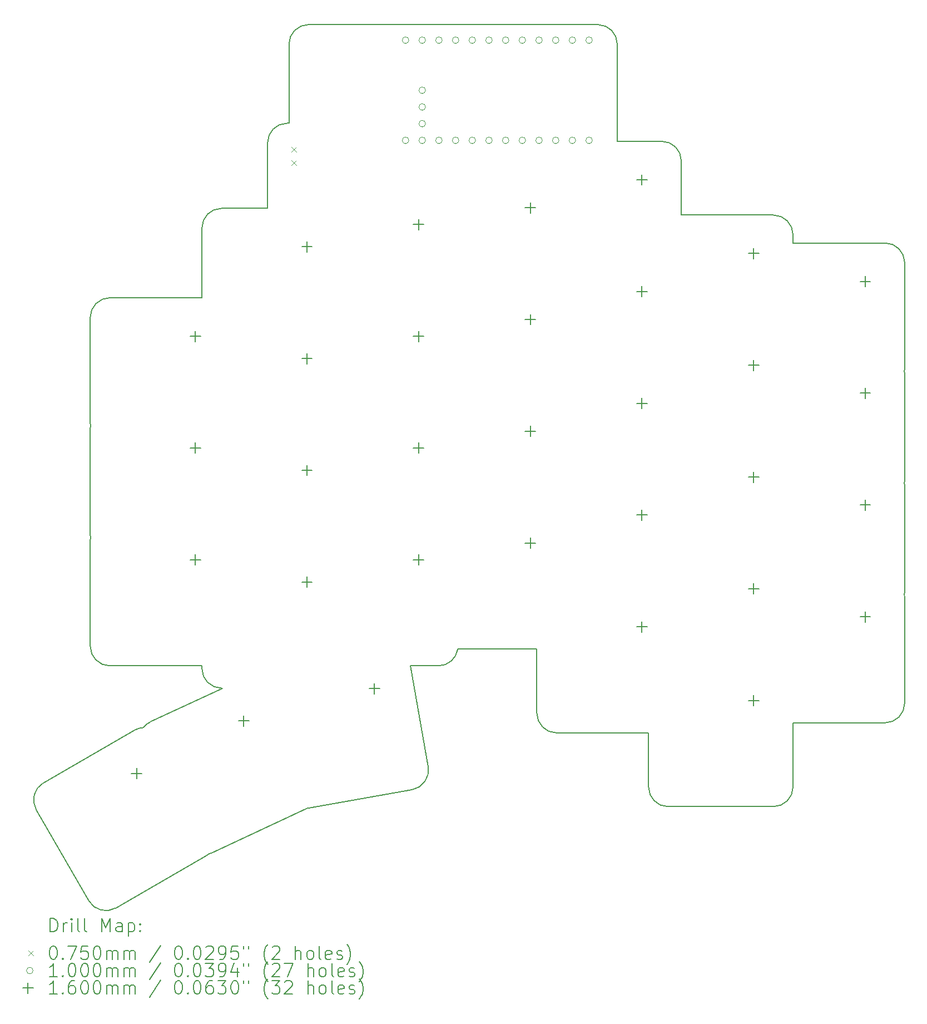
<source format=gbr>
%TF.GenerationSoftware,KiCad,Pcbnew,9.0.7+1*%
%TF.CreationDate,2026-02-15T05:04:06+00:00*%
%TF.ProjectId,right_pcb,72696768-745f-4706-9362-2e6b69636164,v0.2*%
%TF.SameCoordinates,Original*%
%TF.FileFunction,Drillmap*%
%TF.FilePolarity,Positive*%
%FSLAX45Y45*%
G04 Gerber Fmt 4.5, Leading zero omitted, Abs format (unit mm)*
G04 Created by KiCad (PCBNEW 9.0.7+1) date 2026-02-15 05:04:06*
%MOMM*%
%LPD*%
G01*
G04 APERTURE LIST*
%ADD10C,0.150000*%
%ADD11C,0.200000*%
%ADD12C,0.100000*%
%ADD13C,0.160000*%
G04 APERTURE END LIST*
D10*
X29900000Y-14400000D02*
X31300000Y-14400000D01*
X31600000Y-14100000D02*
G75*
G02*
X31300000Y-14400000I-300000J0D01*
G01*
X31600000Y-14100000D02*
X31600000Y-12500000D01*
X31595804Y-12450000D02*
G75*
G02*
X31600000Y-12500000I-295794J-50000D01*
G01*
X31600000Y-12400000D02*
G75*
G02*
X31595804Y-12450000I-299990J0D01*
G01*
X31600000Y-12400000D02*
X31600000Y-10800000D01*
X31595804Y-10750000D02*
G75*
G02*
X31600000Y-10800000I-295794J-50000D01*
G01*
X31600000Y-10700000D02*
G75*
G02*
X31595804Y-10750000I-299990J0D01*
G01*
X31600000Y-10700000D02*
X31600000Y-9100000D01*
X31595804Y-9050000D02*
G75*
G02*
X31600000Y-9100000I-295794J-50000D01*
G01*
X31600000Y-9000000D02*
G75*
G02*
X31595804Y-9050000I-299990J0D01*
G01*
X31600000Y-9000000D02*
X31600000Y-7400000D01*
X31300000Y-7100000D02*
G75*
G02*
X31600000Y-7400000I0J-300000D01*
G01*
X31300000Y-7100000D02*
X29900000Y-7100000D01*
X28000000Y-15675000D02*
X29600000Y-15675000D01*
X29900000Y-15375000D02*
G75*
G02*
X29600000Y-15675000I-300000J0D01*
G01*
X29900000Y-15375000D02*
X29900000Y-14400000D01*
X27700000Y-14553000D02*
X27700000Y-15375000D01*
X28000000Y-15675000D02*
G75*
G02*
X27700000Y-15375000I0J300000D01*
G01*
X29900000Y-7100000D02*
X29900000Y-6975000D01*
X29600000Y-6675000D02*
G75*
G02*
X29900000Y-6975000I0J-300000D01*
G01*
X29600000Y-6675000D02*
X28200000Y-6675000D01*
X26300000Y-14553000D02*
X27700000Y-14553000D01*
X26000000Y-13278000D02*
X26000000Y-14253000D01*
X26300000Y-14553000D02*
G75*
G02*
X26000000Y-14253000I0J300000D01*
G01*
X28200000Y-6675000D02*
X28200000Y-5853000D01*
X27900000Y-5553000D02*
G75*
G02*
X28200000Y-5853000I0J-300000D01*
G01*
X27900000Y-5553000D02*
X27225000Y-5553000D01*
X24796606Y-13278000D02*
X26000000Y-13278000D01*
X24073222Y-13533000D02*
X24500000Y-13533000D01*
X24796606Y-13278000D02*
G75*
G02*
X24500000Y-13533000I-296606J45000D01*
G01*
X21200000Y-13873000D02*
X21216795Y-13873000D01*
X20900000Y-13533000D02*
X20900000Y-13573000D01*
X21200000Y-13873000D02*
G75*
G02*
X20900000Y-13573000I0J300000D01*
G01*
X21900000Y-6573000D02*
X21200000Y-6573000D01*
X20900000Y-6873000D02*
G75*
G02*
X21200000Y-6573000I300000J0D01*
G01*
X20900000Y-6873000D02*
X20900000Y-7933000D01*
X19500000Y-13533000D02*
X20900000Y-13533000D01*
X19200000Y-11633000D02*
G75*
G02*
X19204196Y-11583000I299990J0D01*
G01*
X19200000Y-11633000D02*
X19200000Y-13233000D01*
X19500000Y-13533000D02*
G75*
G02*
X19200000Y-13233000I0J300000D01*
G01*
X19200000Y-9933000D02*
G75*
G02*
X19204196Y-9883000I299990J0D01*
G01*
X19200000Y-9933000D02*
X19200000Y-11533000D01*
X19204196Y-11583000D02*
G75*
G02*
X19200000Y-11533000I295794J50000D01*
G01*
X20900000Y-7933000D02*
X19500000Y-7933000D01*
X19200000Y-8233000D02*
G75*
G02*
X19500000Y-7933000I300000J0D01*
G01*
X19200000Y-8233000D02*
X19200000Y-9833000D01*
X19204196Y-9883000D02*
G75*
G02*
X19200000Y-9833000I295794J50000D01*
G01*
X22525167Y-15695207D02*
X24100859Y-15417370D01*
X24344207Y-15069833D02*
G75*
G02*
X24100860Y-15417376I-295447J-52097D01*
G01*
X24344207Y-15069833D02*
X24073222Y-13533000D01*
X22525167Y-15695207D02*
G75*
G02*
X22508191Y-15697702I-52087J295427D01*
G01*
X21042761Y-16381585D02*
X22492853Y-15705395D01*
X22508191Y-15697702D02*
G75*
G02*
X22492853Y-15705395I-142101J264162D01*
G01*
X21216795Y-13873000D02*
X20113001Y-14387707D01*
X20005070Y-14472763D02*
G75*
G02*
X20113000Y-14387706I234720J-186837D01*
G01*
X21042761Y-16381585D02*
G75*
G02*
X21006150Y-16395820I-126791J271895D01*
G01*
X19587849Y-17217645D02*
X20973490Y-16417645D01*
X21006150Y-16395819D02*
G75*
G02*
X20973490Y-16417645I-182660J237979D01*
G01*
X19873490Y-14512389D02*
G75*
G02*
X20005070Y-14472763I150000J-259811D01*
G01*
X19873490Y-14512389D02*
X18487849Y-15312389D01*
X18378042Y-15722197D02*
G75*
G02*
X18487851Y-15312393I259808J149997D01*
G01*
X18378042Y-15722197D02*
X19178042Y-17107837D01*
X19587849Y-17217645D02*
G75*
G02*
X19178043Y-17107836I-149999J259805D01*
G01*
X27225000Y-5553000D02*
X27225000Y-4077000D01*
X26925000Y-3777000D02*
G75*
G02*
X27225000Y-4077000I0J-300000D01*
G01*
X26925000Y-3777000D02*
X22525000Y-3777000D01*
X22225000Y-4077000D02*
G75*
G02*
X22525000Y-3777000I300000J0D01*
G01*
X22225000Y-4077000D02*
X22225000Y-5277000D01*
X21900000Y-5577000D02*
X21900000Y-6573000D01*
X22225000Y-5277000D02*
X22200000Y-5277000D01*
X21900000Y-5577000D02*
G75*
G02*
X22200000Y-5277000I300000J0D01*
G01*
D11*
D12*
X22262500Y-5639500D02*
X22337500Y-5714500D01*
X22337500Y-5639500D02*
X22262500Y-5714500D01*
X22262500Y-5839500D02*
X22337500Y-5914500D01*
X22337500Y-5839500D02*
X22262500Y-5914500D01*
X24051000Y-4015000D02*
G75*
G02*
X23951000Y-4015000I-50000J0D01*
G01*
X23951000Y-4015000D02*
G75*
G02*
X24051000Y-4015000I50000J0D01*
G01*
X24051000Y-5539000D02*
G75*
G02*
X23951000Y-5539000I-50000J0D01*
G01*
X23951000Y-5539000D02*
G75*
G02*
X24051000Y-5539000I50000J0D01*
G01*
X24305000Y-4015000D02*
G75*
G02*
X24205000Y-4015000I-50000J0D01*
G01*
X24205000Y-4015000D02*
G75*
G02*
X24305000Y-4015000I50000J0D01*
G01*
X24305000Y-4777000D02*
G75*
G02*
X24205000Y-4777000I-50000J0D01*
G01*
X24205000Y-4777000D02*
G75*
G02*
X24305000Y-4777000I50000J0D01*
G01*
X24305000Y-5031000D02*
G75*
G02*
X24205000Y-5031000I-50000J0D01*
G01*
X24205000Y-5031000D02*
G75*
G02*
X24305000Y-5031000I50000J0D01*
G01*
X24305000Y-5285000D02*
G75*
G02*
X24205000Y-5285000I-50000J0D01*
G01*
X24205000Y-5285000D02*
G75*
G02*
X24305000Y-5285000I50000J0D01*
G01*
X24305000Y-5539000D02*
G75*
G02*
X24205000Y-5539000I-50000J0D01*
G01*
X24205000Y-5539000D02*
G75*
G02*
X24305000Y-5539000I50000J0D01*
G01*
X24559000Y-4015000D02*
G75*
G02*
X24459000Y-4015000I-50000J0D01*
G01*
X24459000Y-4015000D02*
G75*
G02*
X24559000Y-4015000I50000J0D01*
G01*
X24559000Y-5539000D02*
G75*
G02*
X24459000Y-5539000I-50000J0D01*
G01*
X24459000Y-5539000D02*
G75*
G02*
X24559000Y-5539000I50000J0D01*
G01*
X24813000Y-4015000D02*
G75*
G02*
X24713000Y-4015000I-50000J0D01*
G01*
X24713000Y-4015000D02*
G75*
G02*
X24813000Y-4015000I50000J0D01*
G01*
X24813000Y-5539000D02*
G75*
G02*
X24713000Y-5539000I-50000J0D01*
G01*
X24713000Y-5539000D02*
G75*
G02*
X24813000Y-5539000I50000J0D01*
G01*
X25067000Y-4015000D02*
G75*
G02*
X24967000Y-4015000I-50000J0D01*
G01*
X24967000Y-4015000D02*
G75*
G02*
X25067000Y-4015000I50000J0D01*
G01*
X25067000Y-5539000D02*
G75*
G02*
X24967000Y-5539000I-50000J0D01*
G01*
X24967000Y-5539000D02*
G75*
G02*
X25067000Y-5539000I50000J0D01*
G01*
X25321000Y-4015000D02*
G75*
G02*
X25221000Y-4015000I-50000J0D01*
G01*
X25221000Y-4015000D02*
G75*
G02*
X25321000Y-4015000I50000J0D01*
G01*
X25321000Y-5539000D02*
G75*
G02*
X25221000Y-5539000I-50000J0D01*
G01*
X25221000Y-5539000D02*
G75*
G02*
X25321000Y-5539000I50000J0D01*
G01*
X25575000Y-4015000D02*
G75*
G02*
X25475000Y-4015000I-50000J0D01*
G01*
X25475000Y-4015000D02*
G75*
G02*
X25575000Y-4015000I50000J0D01*
G01*
X25575000Y-5539000D02*
G75*
G02*
X25475000Y-5539000I-50000J0D01*
G01*
X25475000Y-5539000D02*
G75*
G02*
X25575000Y-5539000I50000J0D01*
G01*
X25829000Y-4015000D02*
G75*
G02*
X25729000Y-4015000I-50000J0D01*
G01*
X25729000Y-4015000D02*
G75*
G02*
X25829000Y-4015000I50000J0D01*
G01*
X25829000Y-5539000D02*
G75*
G02*
X25729000Y-5539000I-50000J0D01*
G01*
X25729000Y-5539000D02*
G75*
G02*
X25829000Y-5539000I50000J0D01*
G01*
X26083000Y-4015000D02*
G75*
G02*
X25983000Y-4015000I-50000J0D01*
G01*
X25983000Y-4015000D02*
G75*
G02*
X26083000Y-4015000I50000J0D01*
G01*
X26083000Y-5539000D02*
G75*
G02*
X25983000Y-5539000I-50000J0D01*
G01*
X25983000Y-5539000D02*
G75*
G02*
X26083000Y-5539000I50000J0D01*
G01*
X26337000Y-4015000D02*
G75*
G02*
X26237000Y-4015000I-50000J0D01*
G01*
X26237000Y-4015000D02*
G75*
G02*
X26337000Y-4015000I50000J0D01*
G01*
X26337000Y-5539000D02*
G75*
G02*
X26237000Y-5539000I-50000J0D01*
G01*
X26237000Y-5539000D02*
G75*
G02*
X26337000Y-5539000I50000J0D01*
G01*
X26591000Y-4015000D02*
G75*
G02*
X26491000Y-4015000I-50000J0D01*
G01*
X26491000Y-4015000D02*
G75*
G02*
X26591000Y-4015000I50000J0D01*
G01*
X26591000Y-5539000D02*
G75*
G02*
X26491000Y-5539000I-50000J0D01*
G01*
X26491000Y-5539000D02*
G75*
G02*
X26591000Y-5539000I50000J0D01*
G01*
X26845000Y-4015000D02*
G75*
G02*
X26745000Y-4015000I-50000J0D01*
G01*
X26745000Y-4015000D02*
G75*
G02*
X26845000Y-4015000I50000J0D01*
G01*
X26845000Y-5539000D02*
G75*
G02*
X26745000Y-5539000I-50000J0D01*
G01*
X26745000Y-5539000D02*
G75*
G02*
X26845000Y-5539000I50000J0D01*
G01*
D13*
X19906182Y-15089014D02*
X19906182Y-15249014D01*
X19826182Y-15169014D02*
X19986182Y-15169014D01*
X20800000Y-8438000D02*
X20800000Y-8598000D01*
X20720000Y-8518000D02*
X20880000Y-8518000D01*
X20800000Y-10138000D02*
X20800000Y-10298000D01*
X20720000Y-10218000D02*
X20880000Y-10218000D01*
X20800000Y-11838000D02*
X20800000Y-11998000D01*
X20720000Y-11918000D02*
X20880000Y-11918000D01*
X21538433Y-14288494D02*
X21538433Y-14448494D01*
X21458433Y-14368494D02*
X21618433Y-14368494D01*
X22500000Y-7078000D02*
X22500000Y-7238000D01*
X22420000Y-7158000D02*
X22580000Y-7158000D01*
X22500000Y-8778000D02*
X22500000Y-8938000D01*
X22420000Y-8858000D02*
X22580000Y-8858000D01*
X22500000Y-10478000D02*
X22500000Y-10638000D01*
X22420000Y-10558000D02*
X22580000Y-10558000D01*
X22500000Y-12178000D02*
X22500000Y-12338000D01*
X22420000Y-12258000D02*
X22580000Y-12258000D01*
X23524975Y-13799000D02*
X23524975Y-13959000D01*
X23444975Y-13879000D02*
X23604975Y-13879000D01*
X24200000Y-6738000D02*
X24200000Y-6898000D01*
X24120000Y-6818000D02*
X24280000Y-6818000D01*
X24200000Y-8438000D02*
X24200000Y-8598000D01*
X24120000Y-8518000D02*
X24280000Y-8518000D01*
X24200000Y-10138000D02*
X24200000Y-10298000D01*
X24120000Y-10218000D02*
X24280000Y-10218000D01*
X24200000Y-11838000D02*
X24200000Y-11998000D01*
X24120000Y-11918000D02*
X24280000Y-11918000D01*
X25900000Y-6483000D02*
X25900000Y-6643000D01*
X25820000Y-6563000D02*
X25980000Y-6563000D01*
X25900000Y-8183000D02*
X25900000Y-8343000D01*
X25820000Y-8263000D02*
X25980000Y-8263000D01*
X25900000Y-9883000D02*
X25900000Y-10043000D01*
X25820000Y-9963000D02*
X25980000Y-9963000D01*
X25900000Y-11583000D02*
X25900000Y-11743000D01*
X25820000Y-11663000D02*
X25980000Y-11663000D01*
X27600000Y-6058000D02*
X27600000Y-6218000D01*
X27520000Y-6138000D02*
X27680000Y-6138000D01*
X27600000Y-7758000D02*
X27600000Y-7918000D01*
X27520000Y-7838000D02*
X27680000Y-7838000D01*
X27600000Y-9458000D02*
X27600000Y-9618000D01*
X27520000Y-9538000D02*
X27680000Y-9538000D01*
X27600000Y-11158000D02*
X27600000Y-11318000D01*
X27520000Y-11238000D02*
X27680000Y-11238000D01*
X27600000Y-12858000D02*
X27600000Y-13018000D01*
X27520000Y-12938000D02*
X27680000Y-12938000D01*
X29300000Y-7180000D02*
X29300000Y-7340000D01*
X29220000Y-7260000D02*
X29380000Y-7260000D01*
X29300000Y-8880000D02*
X29300000Y-9040000D01*
X29220000Y-8960000D02*
X29380000Y-8960000D01*
X29300000Y-10580000D02*
X29300000Y-10740000D01*
X29220000Y-10660000D02*
X29380000Y-10660000D01*
X29300000Y-12280000D02*
X29300000Y-12440000D01*
X29220000Y-12360000D02*
X29380000Y-12360000D01*
X29300000Y-13980000D02*
X29300000Y-14140000D01*
X29220000Y-14060000D02*
X29380000Y-14060000D01*
X31000000Y-7605000D02*
X31000000Y-7765000D01*
X30920000Y-7685000D02*
X31080000Y-7685000D01*
X31000000Y-9305000D02*
X31000000Y-9465000D01*
X30920000Y-9385000D02*
X31080000Y-9385000D01*
X31000000Y-11005000D02*
X31000000Y-11165000D01*
X30920000Y-11085000D02*
X31080000Y-11085000D01*
X31000000Y-12705000D02*
X31000000Y-12865000D01*
X30920000Y-12785000D02*
X31080000Y-12785000D01*
D11*
X18591128Y-17576821D02*
X18591128Y-17376821D01*
X18591128Y-17376821D02*
X18638747Y-17376821D01*
X18638747Y-17376821D02*
X18667318Y-17386345D01*
X18667318Y-17386345D02*
X18686366Y-17405392D01*
X18686366Y-17405392D02*
X18695890Y-17424440D01*
X18695890Y-17424440D02*
X18705414Y-17462535D01*
X18705414Y-17462535D02*
X18705414Y-17491107D01*
X18705414Y-17491107D02*
X18695890Y-17529202D01*
X18695890Y-17529202D02*
X18686366Y-17548250D01*
X18686366Y-17548250D02*
X18667318Y-17567297D01*
X18667318Y-17567297D02*
X18638747Y-17576821D01*
X18638747Y-17576821D02*
X18591128Y-17576821D01*
X18791128Y-17576821D02*
X18791128Y-17443488D01*
X18791128Y-17481583D02*
X18800652Y-17462535D01*
X18800652Y-17462535D02*
X18810175Y-17453011D01*
X18810175Y-17453011D02*
X18829223Y-17443488D01*
X18829223Y-17443488D02*
X18848271Y-17443488D01*
X18914937Y-17576821D02*
X18914937Y-17443488D01*
X18914937Y-17376821D02*
X18905414Y-17386345D01*
X18905414Y-17386345D02*
X18914937Y-17395869D01*
X18914937Y-17395869D02*
X18924461Y-17386345D01*
X18924461Y-17386345D02*
X18914937Y-17376821D01*
X18914937Y-17376821D02*
X18914937Y-17395869D01*
X19038747Y-17576821D02*
X19019699Y-17567297D01*
X19019699Y-17567297D02*
X19010175Y-17548250D01*
X19010175Y-17548250D02*
X19010175Y-17376821D01*
X19143509Y-17576821D02*
X19124461Y-17567297D01*
X19124461Y-17567297D02*
X19114937Y-17548250D01*
X19114937Y-17548250D02*
X19114937Y-17376821D01*
X19372080Y-17576821D02*
X19372080Y-17376821D01*
X19372080Y-17376821D02*
X19438747Y-17519678D01*
X19438747Y-17519678D02*
X19505414Y-17376821D01*
X19505414Y-17376821D02*
X19505414Y-17576821D01*
X19686366Y-17576821D02*
X19686366Y-17472059D01*
X19686366Y-17472059D02*
X19676842Y-17453011D01*
X19676842Y-17453011D02*
X19657795Y-17443488D01*
X19657795Y-17443488D02*
X19619699Y-17443488D01*
X19619699Y-17443488D02*
X19600652Y-17453011D01*
X19686366Y-17567297D02*
X19667318Y-17576821D01*
X19667318Y-17576821D02*
X19619699Y-17576821D01*
X19619699Y-17576821D02*
X19600652Y-17567297D01*
X19600652Y-17567297D02*
X19591128Y-17548250D01*
X19591128Y-17548250D02*
X19591128Y-17529202D01*
X19591128Y-17529202D02*
X19600652Y-17510154D01*
X19600652Y-17510154D02*
X19619699Y-17500631D01*
X19619699Y-17500631D02*
X19667318Y-17500631D01*
X19667318Y-17500631D02*
X19686366Y-17491107D01*
X19781604Y-17443488D02*
X19781604Y-17643488D01*
X19781604Y-17453011D02*
X19800652Y-17443488D01*
X19800652Y-17443488D02*
X19838747Y-17443488D01*
X19838747Y-17443488D02*
X19857795Y-17453011D01*
X19857795Y-17453011D02*
X19867318Y-17462535D01*
X19867318Y-17462535D02*
X19876842Y-17481583D01*
X19876842Y-17481583D02*
X19876842Y-17538726D01*
X19876842Y-17538726D02*
X19867318Y-17557773D01*
X19867318Y-17557773D02*
X19857795Y-17567297D01*
X19857795Y-17567297D02*
X19838747Y-17576821D01*
X19838747Y-17576821D02*
X19800652Y-17576821D01*
X19800652Y-17576821D02*
X19781604Y-17567297D01*
X19962556Y-17557773D02*
X19972080Y-17567297D01*
X19972080Y-17567297D02*
X19962556Y-17576821D01*
X19962556Y-17576821D02*
X19953033Y-17567297D01*
X19953033Y-17567297D02*
X19962556Y-17557773D01*
X19962556Y-17557773D02*
X19962556Y-17576821D01*
X19962556Y-17453011D02*
X19972080Y-17462535D01*
X19972080Y-17462535D02*
X19962556Y-17472059D01*
X19962556Y-17472059D02*
X19953033Y-17462535D01*
X19953033Y-17462535D02*
X19962556Y-17453011D01*
X19962556Y-17453011D02*
X19962556Y-17472059D01*
D12*
X18255351Y-17867837D02*
X18330351Y-17942837D01*
X18330351Y-17867837D02*
X18255351Y-17942837D01*
D11*
X18629223Y-17796821D02*
X18648271Y-17796821D01*
X18648271Y-17796821D02*
X18667318Y-17806345D01*
X18667318Y-17806345D02*
X18676842Y-17815869D01*
X18676842Y-17815869D02*
X18686366Y-17834916D01*
X18686366Y-17834916D02*
X18695890Y-17873011D01*
X18695890Y-17873011D02*
X18695890Y-17920631D01*
X18695890Y-17920631D02*
X18686366Y-17958726D01*
X18686366Y-17958726D02*
X18676842Y-17977773D01*
X18676842Y-17977773D02*
X18667318Y-17987297D01*
X18667318Y-17987297D02*
X18648271Y-17996821D01*
X18648271Y-17996821D02*
X18629223Y-17996821D01*
X18629223Y-17996821D02*
X18610175Y-17987297D01*
X18610175Y-17987297D02*
X18600652Y-17977773D01*
X18600652Y-17977773D02*
X18591128Y-17958726D01*
X18591128Y-17958726D02*
X18581604Y-17920631D01*
X18581604Y-17920631D02*
X18581604Y-17873011D01*
X18581604Y-17873011D02*
X18591128Y-17834916D01*
X18591128Y-17834916D02*
X18600652Y-17815869D01*
X18600652Y-17815869D02*
X18610175Y-17806345D01*
X18610175Y-17806345D02*
X18629223Y-17796821D01*
X18781604Y-17977773D02*
X18791128Y-17987297D01*
X18791128Y-17987297D02*
X18781604Y-17996821D01*
X18781604Y-17996821D02*
X18772080Y-17987297D01*
X18772080Y-17987297D02*
X18781604Y-17977773D01*
X18781604Y-17977773D02*
X18781604Y-17996821D01*
X18857795Y-17796821D02*
X18991128Y-17796821D01*
X18991128Y-17796821D02*
X18905414Y-17996821D01*
X19162556Y-17796821D02*
X19067318Y-17796821D01*
X19067318Y-17796821D02*
X19057795Y-17892059D01*
X19057795Y-17892059D02*
X19067318Y-17882535D01*
X19067318Y-17882535D02*
X19086366Y-17873011D01*
X19086366Y-17873011D02*
X19133985Y-17873011D01*
X19133985Y-17873011D02*
X19153033Y-17882535D01*
X19153033Y-17882535D02*
X19162556Y-17892059D01*
X19162556Y-17892059D02*
X19172080Y-17911107D01*
X19172080Y-17911107D02*
X19172080Y-17958726D01*
X19172080Y-17958726D02*
X19162556Y-17977773D01*
X19162556Y-17977773D02*
X19153033Y-17987297D01*
X19153033Y-17987297D02*
X19133985Y-17996821D01*
X19133985Y-17996821D02*
X19086366Y-17996821D01*
X19086366Y-17996821D02*
X19067318Y-17987297D01*
X19067318Y-17987297D02*
X19057795Y-17977773D01*
X19295890Y-17796821D02*
X19314937Y-17796821D01*
X19314937Y-17796821D02*
X19333985Y-17806345D01*
X19333985Y-17806345D02*
X19343509Y-17815869D01*
X19343509Y-17815869D02*
X19353033Y-17834916D01*
X19353033Y-17834916D02*
X19362556Y-17873011D01*
X19362556Y-17873011D02*
X19362556Y-17920631D01*
X19362556Y-17920631D02*
X19353033Y-17958726D01*
X19353033Y-17958726D02*
X19343509Y-17977773D01*
X19343509Y-17977773D02*
X19333985Y-17987297D01*
X19333985Y-17987297D02*
X19314937Y-17996821D01*
X19314937Y-17996821D02*
X19295890Y-17996821D01*
X19295890Y-17996821D02*
X19276842Y-17987297D01*
X19276842Y-17987297D02*
X19267318Y-17977773D01*
X19267318Y-17977773D02*
X19257795Y-17958726D01*
X19257795Y-17958726D02*
X19248271Y-17920631D01*
X19248271Y-17920631D02*
X19248271Y-17873011D01*
X19248271Y-17873011D02*
X19257795Y-17834916D01*
X19257795Y-17834916D02*
X19267318Y-17815869D01*
X19267318Y-17815869D02*
X19276842Y-17806345D01*
X19276842Y-17806345D02*
X19295890Y-17796821D01*
X19448271Y-17996821D02*
X19448271Y-17863488D01*
X19448271Y-17882535D02*
X19457795Y-17873011D01*
X19457795Y-17873011D02*
X19476842Y-17863488D01*
X19476842Y-17863488D02*
X19505414Y-17863488D01*
X19505414Y-17863488D02*
X19524461Y-17873011D01*
X19524461Y-17873011D02*
X19533985Y-17892059D01*
X19533985Y-17892059D02*
X19533985Y-17996821D01*
X19533985Y-17892059D02*
X19543509Y-17873011D01*
X19543509Y-17873011D02*
X19562556Y-17863488D01*
X19562556Y-17863488D02*
X19591128Y-17863488D01*
X19591128Y-17863488D02*
X19610176Y-17873011D01*
X19610176Y-17873011D02*
X19619699Y-17892059D01*
X19619699Y-17892059D02*
X19619699Y-17996821D01*
X19714937Y-17996821D02*
X19714937Y-17863488D01*
X19714937Y-17882535D02*
X19724461Y-17873011D01*
X19724461Y-17873011D02*
X19743509Y-17863488D01*
X19743509Y-17863488D02*
X19772080Y-17863488D01*
X19772080Y-17863488D02*
X19791128Y-17873011D01*
X19791128Y-17873011D02*
X19800652Y-17892059D01*
X19800652Y-17892059D02*
X19800652Y-17996821D01*
X19800652Y-17892059D02*
X19810176Y-17873011D01*
X19810176Y-17873011D02*
X19829223Y-17863488D01*
X19829223Y-17863488D02*
X19857795Y-17863488D01*
X19857795Y-17863488D02*
X19876842Y-17873011D01*
X19876842Y-17873011D02*
X19886366Y-17892059D01*
X19886366Y-17892059D02*
X19886366Y-17996821D01*
X20276842Y-17787297D02*
X20105414Y-18044440D01*
X20533985Y-17796821D02*
X20553033Y-17796821D01*
X20553033Y-17796821D02*
X20572080Y-17806345D01*
X20572080Y-17806345D02*
X20581604Y-17815869D01*
X20581604Y-17815869D02*
X20591128Y-17834916D01*
X20591128Y-17834916D02*
X20600652Y-17873011D01*
X20600652Y-17873011D02*
X20600652Y-17920631D01*
X20600652Y-17920631D02*
X20591128Y-17958726D01*
X20591128Y-17958726D02*
X20581604Y-17977773D01*
X20581604Y-17977773D02*
X20572080Y-17987297D01*
X20572080Y-17987297D02*
X20553033Y-17996821D01*
X20553033Y-17996821D02*
X20533985Y-17996821D01*
X20533985Y-17996821D02*
X20514938Y-17987297D01*
X20514938Y-17987297D02*
X20505414Y-17977773D01*
X20505414Y-17977773D02*
X20495890Y-17958726D01*
X20495890Y-17958726D02*
X20486366Y-17920631D01*
X20486366Y-17920631D02*
X20486366Y-17873011D01*
X20486366Y-17873011D02*
X20495890Y-17834916D01*
X20495890Y-17834916D02*
X20505414Y-17815869D01*
X20505414Y-17815869D02*
X20514938Y-17806345D01*
X20514938Y-17806345D02*
X20533985Y-17796821D01*
X20686366Y-17977773D02*
X20695890Y-17987297D01*
X20695890Y-17987297D02*
X20686366Y-17996821D01*
X20686366Y-17996821D02*
X20676842Y-17987297D01*
X20676842Y-17987297D02*
X20686366Y-17977773D01*
X20686366Y-17977773D02*
X20686366Y-17996821D01*
X20819699Y-17796821D02*
X20838747Y-17796821D01*
X20838747Y-17796821D02*
X20857795Y-17806345D01*
X20857795Y-17806345D02*
X20867319Y-17815869D01*
X20867319Y-17815869D02*
X20876842Y-17834916D01*
X20876842Y-17834916D02*
X20886366Y-17873011D01*
X20886366Y-17873011D02*
X20886366Y-17920631D01*
X20886366Y-17920631D02*
X20876842Y-17958726D01*
X20876842Y-17958726D02*
X20867319Y-17977773D01*
X20867319Y-17977773D02*
X20857795Y-17987297D01*
X20857795Y-17987297D02*
X20838747Y-17996821D01*
X20838747Y-17996821D02*
X20819699Y-17996821D01*
X20819699Y-17996821D02*
X20800652Y-17987297D01*
X20800652Y-17987297D02*
X20791128Y-17977773D01*
X20791128Y-17977773D02*
X20781604Y-17958726D01*
X20781604Y-17958726D02*
X20772080Y-17920631D01*
X20772080Y-17920631D02*
X20772080Y-17873011D01*
X20772080Y-17873011D02*
X20781604Y-17834916D01*
X20781604Y-17834916D02*
X20791128Y-17815869D01*
X20791128Y-17815869D02*
X20800652Y-17806345D01*
X20800652Y-17806345D02*
X20819699Y-17796821D01*
X20962557Y-17815869D02*
X20972080Y-17806345D01*
X20972080Y-17806345D02*
X20991128Y-17796821D01*
X20991128Y-17796821D02*
X21038747Y-17796821D01*
X21038747Y-17796821D02*
X21057795Y-17806345D01*
X21057795Y-17806345D02*
X21067319Y-17815869D01*
X21067319Y-17815869D02*
X21076842Y-17834916D01*
X21076842Y-17834916D02*
X21076842Y-17853964D01*
X21076842Y-17853964D02*
X21067319Y-17882535D01*
X21067319Y-17882535D02*
X20953033Y-17996821D01*
X20953033Y-17996821D02*
X21076842Y-17996821D01*
X21172080Y-17996821D02*
X21210176Y-17996821D01*
X21210176Y-17996821D02*
X21229223Y-17987297D01*
X21229223Y-17987297D02*
X21238747Y-17977773D01*
X21238747Y-17977773D02*
X21257795Y-17949202D01*
X21257795Y-17949202D02*
X21267319Y-17911107D01*
X21267319Y-17911107D02*
X21267319Y-17834916D01*
X21267319Y-17834916D02*
X21257795Y-17815869D01*
X21257795Y-17815869D02*
X21248271Y-17806345D01*
X21248271Y-17806345D02*
X21229223Y-17796821D01*
X21229223Y-17796821D02*
X21191128Y-17796821D01*
X21191128Y-17796821D02*
X21172080Y-17806345D01*
X21172080Y-17806345D02*
X21162557Y-17815869D01*
X21162557Y-17815869D02*
X21153033Y-17834916D01*
X21153033Y-17834916D02*
X21153033Y-17882535D01*
X21153033Y-17882535D02*
X21162557Y-17901583D01*
X21162557Y-17901583D02*
X21172080Y-17911107D01*
X21172080Y-17911107D02*
X21191128Y-17920631D01*
X21191128Y-17920631D02*
X21229223Y-17920631D01*
X21229223Y-17920631D02*
X21248271Y-17911107D01*
X21248271Y-17911107D02*
X21257795Y-17901583D01*
X21257795Y-17901583D02*
X21267319Y-17882535D01*
X21448271Y-17796821D02*
X21353033Y-17796821D01*
X21353033Y-17796821D02*
X21343509Y-17892059D01*
X21343509Y-17892059D02*
X21353033Y-17882535D01*
X21353033Y-17882535D02*
X21372080Y-17873011D01*
X21372080Y-17873011D02*
X21419700Y-17873011D01*
X21419700Y-17873011D02*
X21438747Y-17882535D01*
X21438747Y-17882535D02*
X21448271Y-17892059D01*
X21448271Y-17892059D02*
X21457795Y-17911107D01*
X21457795Y-17911107D02*
X21457795Y-17958726D01*
X21457795Y-17958726D02*
X21448271Y-17977773D01*
X21448271Y-17977773D02*
X21438747Y-17987297D01*
X21438747Y-17987297D02*
X21419700Y-17996821D01*
X21419700Y-17996821D02*
X21372080Y-17996821D01*
X21372080Y-17996821D02*
X21353033Y-17987297D01*
X21353033Y-17987297D02*
X21343509Y-17977773D01*
X21533985Y-17796821D02*
X21533985Y-17834916D01*
X21610176Y-17796821D02*
X21610176Y-17834916D01*
X21905414Y-18073011D02*
X21895890Y-18063488D01*
X21895890Y-18063488D02*
X21876842Y-18034916D01*
X21876842Y-18034916D02*
X21867319Y-18015869D01*
X21867319Y-18015869D02*
X21857795Y-17987297D01*
X21857795Y-17987297D02*
X21848271Y-17939678D01*
X21848271Y-17939678D02*
X21848271Y-17901583D01*
X21848271Y-17901583D02*
X21857795Y-17853964D01*
X21857795Y-17853964D02*
X21867319Y-17825392D01*
X21867319Y-17825392D02*
X21876842Y-17806345D01*
X21876842Y-17806345D02*
X21895890Y-17777773D01*
X21895890Y-17777773D02*
X21905414Y-17768250D01*
X21972081Y-17815869D02*
X21981604Y-17806345D01*
X21981604Y-17806345D02*
X22000652Y-17796821D01*
X22000652Y-17796821D02*
X22048271Y-17796821D01*
X22048271Y-17796821D02*
X22067319Y-17806345D01*
X22067319Y-17806345D02*
X22076842Y-17815869D01*
X22076842Y-17815869D02*
X22086366Y-17834916D01*
X22086366Y-17834916D02*
X22086366Y-17853964D01*
X22086366Y-17853964D02*
X22076842Y-17882535D01*
X22076842Y-17882535D02*
X21962557Y-17996821D01*
X21962557Y-17996821D02*
X22086366Y-17996821D01*
X22324462Y-17996821D02*
X22324462Y-17796821D01*
X22410176Y-17996821D02*
X22410176Y-17892059D01*
X22410176Y-17892059D02*
X22400652Y-17873011D01*
X22400652Y-17873011D02*
X22381604Y-17863488D01*
X22381604Y-17863488D02*
X22353033Y-17863488D01*
X22353033Y-17863488D02*
X22333985Y-17873011D01*
X22333985Y-17873011D02*
X22324462Y-17882535D01*
X22533985Y-17996821D02*
X22514938Y-17987297D01*
X22514938Y-17987297D02*
X22505414Y-17977773D01*
X22505414Y-17977773D02*
X22495890Y-17958726D01*
X22495890Y-17958726D02*
X22495890Y-17901583D01*
X22495890Y-17901583D02*
X22505414Y-17882535D01*
X22505414Y-17882535D02*
X22514938Y-17873011D01*
X22514938Y-17873011D02*
X22533985Y-17863488D01*
X22533985Y-17863488D02*
X22562557Y-17863488D01*
X22562557Y-17863488D02*
X22581604Y-17873011D01*
X22581604Y-17873011D02*
X22591128Y-17882535D01*
X22591128Y-17882535D02*
X22600652Y-17901583D01*
X22600652Y-17901583D02*
X22600652Y-17958726D01*
X22600652Y-17958726D02*
X22591128Y-17977773D01*
X22591128Y-17977773D02*
X22581604Y-17987297D01*
X22581604Y-17987297D02*
X22562557Y-17996821D01*
X22562557Y-17996821D02*
X22533985Y-17996821D01*
X22714938Y-17996821D02*
X22695890Y-17987297D01*
X22695890Y-17987297D02*
X22686366Y-17968250D01*
X22686366Y-17968250D02*
X22686366Y-17796821D01*
X22867319Y-17987297D02*
X22848271Y-17996821D01*
X22848271Y-17996821D02*
X22810176Y-17996821D01*
X22810176Y-17996821D02*
X22791128Y-17987297D01*
X22791128Y-17987297D02*
X22781604Y-17968250D01*
X22781604Y-17968250D02*
X22781604Y-17892059D01*
X22781604Y-17892059D02*
X22791128Y-17873011D01*
X22791128Y-17873011D02*
X22810176Y-17863488D01*
X22810176Y-17863488D02*
X22848271Y-17863488D01*
X22848271Y-17863488D02*
X22867319Y-17873011D01*
X22867319Y-17873011D02*
X22876842Y-17892059D01*
X22876842Y-17892059D02*
X22876842Y-17911107D01*
X22876842Y-17911107D02*
X22781604Y-17930154D01*
X22953033Y-17987297D02*
X22972081Y-17996821D01*
X22972081Y-17996821D02*
X23010176Y-17996821D01*
X23010176Y-17996821D02*
X23029223Y-17987297D01*
X23029223Y-17987297D02*
X23038747Y-17968250D01*
X23038747Y-17968250D02*
X23038747Y-17958726D01*
X23038747Y-17958726D02*
X23029223Y-17939678D01*
X23029223Y-17939678D02*
X23010176Y-17930154D01*
X23010176Y-17930154D02*
X22981604Y-17930154D01*
X22981604Y-17930154D02*
X22962557Y-17920631D01*
X22962557Y-17920631D02*
X22953033Y-17901583D01*
X22953033Y-17901583D02*
X22953033Y-17892059D01*
X22953033Y-17892059D02*
X22962557Y-17873011D01*
X22962557Y-17873011D02*
X22981604Y-17863488D01*
X22981604Y-17863488D02*
X23010176Y-17863488D01*
X23010176Y-17863488D02*
X23029223Y-17873011D01*
X23105414Y-18073011D02*
X23114938Y-18063488D01*
X23114938Y-18063488D02*
X23133985Y-18034916D01*
X23133985Y-18034916D02*
X23143509Y-18015869D01*
X23143509Y-18015869D02*
X23153033Y-17987297D01*
X23153033Y-17987297D02*
X23162557Y-17939678D01*
X23162557Y-17939678D02*
X23162557Y-17901583D01*
X23162557Y-17901583D02*
X23153033Y-17853964D01*
X23153033Y-17853964D02*
X23143509Y-17825392D01*
X23143509Y-17825392D02*
X23133985Y-17806345D01*
X23133985Y-17806345D02*
X23114938Y-17777773D01*
X23114938Y-17777773D02*
X23105414Y-17768250D01*
D12*
X18330351Y-18169337D02*
G75*
G02*
X18230351Y-18169337I-50000J0D01*
G01*
X18230351Y-18169337D02*
G75*
G02*
X18330351Y-18169337I50000J0D01*
G01*
D11*
X18695890Y-18260821D02*
X18581604Y-18260821D01*
X18638747Y-18260821D02*
X18638747Y-18060821D01*
X18638747Y-18060821D02*
X18619699Y-18089392D01*
X18619699Y-18089392D02*
X18600652Y-18108440D01*
X18600652Y-18108440D02*
X18581604Y-18117964D01*
X18781604Y-18241773D02*
X18791128Y-18251297D01*
X18791128Y-18251297D02*
X18781604Y-18260821D01*
X18781604Y-18260821D02*
X18772080Y-18251297D01*
X18772080Y-18251297D02*
X18781604Y-18241773D01*
X18781604Y-18241773D02*
X18781604Y-18260821D01*
X18914937Y-18060821D02*
X18933985Y-18060821D01*
X18933985Y-18060821D02*
X18953033Y-18070345D01*
X18953033Y-18070345D02*
X18962556Y-18079869D01*
X18962556Y-18079869D02*
X18972080Y-18098916D01*
X18972080Y-18098916D02*
X18981604Y-18137011D01*
X18981604Y-18137011D02*
X18981604Y-18184631D01*
X18981604Y-18184631D02*
X18972080Y-18222726D01*
X18972080Y-18222726D02*
X18962556Y-18241773D01*
X18962556Y-18241773D02*
X18953033Y-18251297D01*
X18953033Y-18251297D02*
X18933985Y-18260821D01*
X18933985Y-18260821D02*
X18914937Y-18260821D01*
X18914937Y-18260821D02*
X18895890Y-18251297D01*
X18895890Y-18251297D02*
X18886366Y-18241773D01*
X18886366Y-18241773D02*
X18876842Y-18222726D01*
X18876842Y-18222726D02*
X18867318Y-18184631D01*
X18867318Y-18184631D02*
X18867318Y-18137011D01*
X18867318Y-18137011D02*
X18876842Y-18098916D01*
X18876842Y-18098916D02*
X18886366Y-18079869D01*
X18886366Y-18079869D02*
X18895890Y-18070345D01*
X18895890Y-18070345D02*
X18914937Y-18060821D01*
X19105414Y-18060821D02*
X19124461Y-18060821D01*
X19124461Y-18060821D02*
X19143509Y-18070345D01*
X19143509Y-18070345D02*
X19153033Y-18079869D01*
X19153033Y-18079869D02*
X19162556Y-18098916D01*
X19162556Y-18098916D02*
X19172080Y-18137011D01*
X19172080Y-18137011D02*
X19172080Y-18184631D01*
X19172080Y-18184631D02*
X19162556Y-18222726D01*
X19162556Y-18222726D02*
X19153033Y-18241773D01*
X19153033Y-18241773D02*
X19143509Y-18251297D01*
X19143509Y-18251297D02*
X19124461Y-18260821D01*
X19124461Y-18260821D02*
X19105414Y-18260821D01*
X19105414Y-18260821D02*
X19086366Y-18251297D01*
X19086366Y-18251297D02*
X19076842Y-18241773D01*
X19076842Y-18241773D02*
X19067318Y-18222726D01*
X19067318Y-18222726D02*
X19057795Y-18184631D01*
X19057795Y-18184631D02*
X19057795Y-18137011D01*
X19057795Y-18137011D02*
X19067318Y-18098916D01*
X19067318Y-18098916D02*
X19076842Y-18079869D01*
X19076842Y-18079869D02*
X19086366Y-18070345D01*
X19086366Y-18070345D02*
X19105414Y-18060821D01*
X19295890Y-18060821D02*
X19314937Y-18060821D01*
X19314937Y-18060821D02*
X19333985Y-18070345D01*
X19333985Y-18070345D02*
X19343509Y-18079869D01*
X19343509Y-18079869D02*
X19353033Y-18098916D01*
X19353033Y-18098916D02*
X19362556Y-18137011D01*
X19362556Y-18137011D02*
X19362556Y-18184631D01*
X19362556Y-18184631D02*
X19353033Y-18222726D01*
X19353033Y-18222726D02*
X19343509Y-18241773D01*
X19343509Y-18241773D02*
X19333985Y-18251297D01*
X19333985Y-18251297D02*
X19314937Y-18260821D01*
X19314937Y-18260821D02*
X19295890Y-18260821D01*
X19295890Y-18260821D02*
X19276842Y-18251297D01*
X19276842Y-18251297D02*
X19267318Y-18241773D01*
X19267318Y-18241773D02*
X19257795Y-18222726D01*
X19257795Y-18222726D02*
X19248271Y-18184631D01*
X19248271Y-18184631D02*
X19248271Y-18137011D01*
X19248271Y-18137011D02*
X19257795Y-18098916D01*
X19257795Y-18098916D02*
X19267318Y-18079869D01*
X19267318Y-18079869D02*
X19276842Y-18070345D01*
X19276842Y-18070345D02*
X19295890Y-18060821D01*
X19448271Y-18260821D02*
X19448271Y-18127488D01*
X19448271Y-18146535D02*
X19457795Y-18137011D01*
X19457795Y-18137011D02*
X19476842Y-18127488D01*
X19476842Y-18127488D02*
X19505414Y-18127488D01*
X19505414Y-18127488D02*
X19524461Y-18137011D01*
X19524461Y-18137011D02*
X19533985Y-18156059D01*
X19533985Y-18156059D02*
X19533985Y-18260821D01*
X19533985Y-18156059D02*
X19543509Y-18137011D01*
X19543509Y-18137011D02*
X19562556Y-18127488D01*
X19562556Y-18127488D02*
X19591128Y-18127488D01*
X19591128Y-18127488D02*
X19610176Y-18137011D01*
X19610176Y-18137011D02*
X19619699Y-18156059D01*
X19619699Y-18156059D02*
X19619699Y-18260821D01*
X19714937Y-18260821D02*
X19714937Y-18127488D01*
X19714937Y-18146535D02*
X19724461Y-18137011D01*
X19724461Y-18137011D02*
X19743509Y-18127488D01*
X19743509Y-18127488D02*
X19772080Y-18127488D01*
X19772080Y-18127488D02*
X19791128Y-18137011D01*
X19791128Y-18137011D02*
X19800652Y-18156059D01*
X19800652Y-18156059D02*
X19800652Y-18260821D01*
X19800652Y-18156059D02*
X19810176Y-18137011D01*
X19810176Y-18137011D02*
X19829223Y-18127488D01*
X19829223Y-18127488D02*
X19857795Y-18127488D01*
X19857795Y-18127488D02*
X19876842Y-18137011D01*
X19876842Y-18137011D02*
X19886366Y-18156059D01*
X19886366Y-18156059D02*
X19886366Y-18260821D01*
X20276842Y-18051297D02*
X20105414Y-18308440D01*
X20533985Y-18060821D02*
X20553033Y-18060821D01*
X20553033Y-18060821D02*
X20572080Y-18070345D01*
X20572080Y-18070345D02*
X20581604Y-18079869D01*
X20581604Y-18079869D02*
X20591128Y-18098916D01*
X20591128Y-18098916D02*
X20600652Y-18137011D01*
X20600652Y-18137011D02*
X20600652Y-18184631D01*
X20600652Y-18184631D02*
X20591128Y-18222726D01*
X20591128Y-18222726D02*
X20581604Y-18241773D01*
X20581604Y-18241773D02*
X20572080Y-18251297D01*
X20572080Y-18251297D02*
X20553033Y-18260821D01*
X20553033Y-18260821D02*
X20533985Y-18260821D01*
X20533985Y-18260821D02*
X20514938Y-18251297D01*
X20514938Y-18251297D02*
X20505414Y-18241773D01*
X20505414Y-18241773D02*
X20495890Y-18222726D01*
X20495890Y-18222726D02*
X20486366Y-18184631D01*
X20486366Y-18184631D02*
X20486366Y-18137011D01*
X20486366Y-18137011D02*
X20495890Y-18098916D01*
X20495890Y-18098916D02*
X20505414Y-18079869D01*
X20505414Y-18079869D02*
X20514938Y-18070345D01*
X20514938Y-18070345D02*
X20533985Y-18060821D01*
X20686366Y-18241773D02*
X20695890Y-18251297D01*
X20695890Y-18251297D02*
X20686366Y-18260821D01*
X20686366Y-18260821D02*
X20676842Y-18251297D01*
X20676842Y-18251297D02*
X20686366Y-18241773D01*
X20686366Y-18241773D02*
X20686366Y-18260821D01*
X20819699Y-18060821D02*
X20838747Y-18060821D01*
X20838747Y-18060821D02*
X20857795Y-18070345D01*
X20857795Y-18070345D02*
X20867319Y-18079869D01*
X20867319Y-18079869D02*
X20876842Y-18098916D01*
X20876842Y-18098916D02*
X20886366Y-18137011D01*
X20886366Y-18137011D02*
X20886366Y-18184631D01*
X20886366Y-18184631D02*
X20876842Y-18222726D01*
X20876842Y-18222726D02*
X20867319Y-18241773D01*
X20867319Y-18241773D02*
X20857795Y-18251297D01*
X20857795Y-18251297D02*
X20838747Y-18260821D01*
X20838747Y-18260821D02*
X20819699Y-18260821D01*
X20819699Y-18260821D02*
X20800652Y-18251297D01*
X20800652Y-18251297D02*
X20791128Y-18241773D01*
X20791128Y-18241773D02*
X20781604Y-18222726D01*
X20781604Y-18222726D02*
X20772080Y-18184631D01*
X20772080Y-18184631D02*
X20772080Y-18137011D01*
X20772080Y-18137011D02*
X20781604Y-18098916D01*
X20781604Y-18098916D02*
X20791128Y-18079869D01*
X20791128Y-18079869D02*
X20800652Y-18070345D01*
X20800652Y-18070345D02*
X20819699Y-18060821D01*
X20953033Y-18060821D02*
X21076842Y-18060821D01*
X21076842Y-18060821D02*
X21010176Y-18137011D01*
X21010176Y-18137011D02*
X21038747Y-18137011D01*
X21038747Y-18137011D02*
X21057795Y-18146535D01*
X21057795Y-18146535D02*
X21067319Y-18156059D01*
X21067319Y-18156059D02*
X21076842Y-18175107D01*
X21076842Y-18175107D02*
X21076842Y-18222726D01*
X21076842Y-18222726D02*
X21067319Y-18241773D01*
X21067319Y-18241773D02*
X21057795Y-18251297D01*
X21057795Y-18251297D02*
X21038747Y-18260821D01*
X21038747Y-18260821D02*
X20981604Y-18260821D01*
X20981604Y-18260821D02*
X20962557Y-18251297D01*
X20962557Y-18251297D02*
X20953033Y-18241773D01*
X21172080Y-18260821D02*
X21210176Y-18260821D01*
X21210176Y-18260821D02*
X21229223Y-18251297D01*
X21229223Y-18251297D02*
X21238747Y-18241773D01*
X21238747Y-18241773D02*
X21257795Y-18213202D01*
X21257795Y-18213202D02*
X21267319Y-18175107D01*
X21267319Y-18175107D02*
X21267319Y-18098916D01*
X21267319Y-18098916D02*
X21257795Y-18079869D01*
X21257795Y-18079869D02*
X21248271Y-18070345D01*
X21248271Y-18070345D02*
X21229223Y-18060821D01*
X21229223Y-18060821D02*
X21191128Y-18060821D01*
X21191128Y-18060821D02*
X21172080Y-18070345D01*
X21172080Y-18070345D02*
X21162557Y-18079869D01*
X21162557Y-18079869D02*
X21153033Y-18098916D01*
X21153033Y-18098916D02*
X21153033Y-18146535D01*
X21153033Y-18146535D02*
X21162557Y-18165583D01*
X21162557Y-18165583D02*
X21172080Y-18175107D01*
X21172080Y-18175107D02*
X21191128Y-18184631D01*
X21191128Y-18184631D02*
X21229223Y-18184631D01*
X21229223Y-18184631D02*
X21248271Y-18175107D01*
X21248271Y-18175107D02*
X21257795Y-18165583D01*
X21257795Y-18165583D02*
X21267319Y-18146535D01*
X21438747Y-18127488D02*
X21438747Y-18260821D01*
X21391128Y-18051297D02*
X21343509Y-18194154D01*
X21343509Y-18194154D02*
X21467319Y-18194154D01*
X21533985Y-18060821D02*
X21533985Y-18098916D01*
X21610176Y-18060821D02*
X21610176Y-18098916D01*
X21905414Y-18337011D02*
X21895890Y-18327488D01*
X21895890Y-18327488D02*
X21876842Y-18298916D01*
X21876842Y-18298916D02*
X21867319Y-18279869D01*
X21867319Y-18279869D02*
X21857795Y-18251297D01*
X21857795Y-18251297D02*
X21848271Y-18203678D01*
X21848271Y-18203678D02*
X21848271Y-18165583D01*
X21848271Y-18165583D02*
X21857795Y-18117964D01*
X21857795Y-18117964D02*
X21867319Y-18089392D01*
X21867319Y-18089392D02*
X21876842Y-18070345D01*
X21876842Y-18070345D02*
X21895890Y-18041773D01*
X21895890Y-18041773D02*
X21905414Y-18032250D01*
X21972081Y-18079869D02*
X21981604Y-18070345D01*
X21981604Y-18070345D02*
X22000652Y-18060821D01*
X22000652Y-18060821D02*
X22048271Y-18060821D01*
X22048271Y-18060821D02*
X22067319Y-18070345D01*
X22067319Y-18070345D02*
X22076842Y-18079869D01*
X22076842Y-18079869D02*
X22086366Y-18098916D01*
X22086366Y-18098916D02*
X22086366Y-18117964D01*
X22086366Y-18117964D02*
X22076842Y-18146535D01*
X22076842Y-18146535D02*
X21962557Y-18260821D01*
X21962557Y-18260821D02*
X22086366Y-18260821D01*
X22153033Y-18060821D02*
X22286366Y-18060821D01*
X22286366Y-18060821D02*
X22200652Y-18260821D01*
X22514938Y-18260821D02*
X22514938Y-18060821D01*
X22600652Y-18260821D02*
X22600652Y-18156059D01*
X22600652Y-18156059D02*
X22591128Y-18137011D01*
X22591128Y-18137011D02*
X22572081Y-18127488D01*
X22572081Y-18127488D02*
X22543509Y-18127488D01*
X22543509Y-18127488D02*
X22524461Y-18137011D01*
X22524461Y-18137011D02*
X22514938Y-18146535D01*
X22724461Y-18260821D02*
X22705414Y-18251297D01*
X22705414Y-18251297D02*
X22695890Y-18241773D01*
X22695890Y-18241773D02*
X22686366Y-18222726D01*
X22686366Y-18222726D02*
X22686366Y-18165583D01*
X22686366Y-18165583D02*
X22695890Y-18146535D01*
X22695890Y-18146535D02*
X22705414Y-18137011D01*
X22705414Y-18137011D02*
X22724461Y-18127488D01*
X22724461Y-18127488D02*
X22753033Y-18127488D01*
X22753033Y-18127488D02*
X22772081Y-18137011D01*
X22772081Y-18137011D02*
X22781604Y-18146535D01*
X22781604Y-18146535D02*
X22791128Y-18165583D01*
X22791128Y-18165583D02*
X22791128Y-18222726D01*
X22791128Y-18222726D02*
X22781604Y-18241773D01*
X22781604Y-18241773D02*
X22772081Y-18251297D01*
X22772081Y-18251297D02*
X22753033Y-18260821D01*
X22753033Y-18260821D02*
X22724461Y-18260821D01*
X22905414Y-18260821D02*
X22886366Y-18251297D01*
X22886366Y-18251297D02*
X22876842Y-18232250D01*
X22876842Y-18232250D02*
X22876842Y-18060821D01*
X23057795Y-18251297D02*
X23038747Y-18260821D01*
X23038747Y-18260821D02*
X23000652Y-18260821D01*
X23000652Y-18260821D02*
X22981604Y-18251297D01*
X22981604Y-18251297D02*
X22972081Y-18232250D01*
X22972081Y-18232250D02*
X22972081Y-18156059D01*
X22972081Y-18156059D02*
X22981604Y-18137011D01*
X22981604Y-18137011D02*
X23000652Y-18127488D01*
X23000652Y-18127488D02*
X23038747Y-18127488D01*
X23038747Y-18127488D02*
X23057795Y-18137011D01*
X23057795Y-18137011D02*
X23067319Y-18156059D01*
X23067319Y-18156059D02*
X23067319Y-18175107D01*
X23067319Y-18175107D02*
X22972081Y-18194154D01*
X23143509Y-18251297D02*
X23162557Y-18260821D01*
X23162557Y-18260821D02*
X23200652Y-18260821D01*
X23200652Y-18260821D02*
X23219700Y-18251297D01*
X23219700Y-18251297D02*
X23229223Y-18232250D01*
X23229223Y-18232250D02*
X23229223Y-18222726D01*
X23229223Y-18222726D02*
X23219700Y-18203678D01*
X23219700Y-18203678D02*
X23200652Y-18194154D01*
X23200652Y-18194154D02*
X23172081Y-18194154D01*
X23172081Y-18194154D02*
X23153033Y-18184631D01*
X23153033Y-18184631D02*
X23143509Y-18165583D01*
X23143509Y-18165583D02*
X23143509Y-18156059D01*
X23143509Y-18156059D02*
X23153033Y-18137011D01*
X23153033Y-18137011D02*
X23172081Y-18127488D01*
X23172081Y-18127488D02*
X23200652Y-18127488D01*
X23200652Y-18127488D02*
X23219700Y-18137011D01*
X23295890Y-18337011D02*
X23305414Y-18327488D01*
X23305414Y-18327488D02*
X23324462Y-18298916D01*
X23324462Y-18298916D02*
X23333985Y-18279869D01*
X23333985Y-18279869D02*
X23343509Y-18251297D01*
X23343509Y-18251297D02*
X23353033Y-18203678D01*
X23353033Y-18203678D02*
X23353033Y-18165583D01*
X23353033Y-18165583D02*
X23343509Y-18117964D01*
X23343509Y-18117964D02*
X23333985Y-18089392D01*
X23333985Y-18089392D02*
X23324462Y-18070345D01*
X23324462Y-18070345D02*
X23305414Y-18041773D01*
X23305414Y-18041773D02*
X23295890Y-18032250D01*
D13*
X18250351Y-18353337D02*
X18250351Y-18513337D01*
X18170351Y-18433337D02*
X18330351Y-18433337D01*
D11*
X18695890Y-18524821D02*
X18581604Y-18524821D01*
X18638747Y-18524821D02*
X18638747Y-18324821D01*
X18638747Y-18324821D02*
X18619699Y-18353392D01*
X18619699Y-18353392D02*
X18600652Y-18372440D01*
X18600652Y-18372440D02*
X18581604Y-18381964D01*
X18781604Y-18505773D02*
X18791128Y-18515297D01*
X18791128Y-18515297D02*
X18781604Y-18524821D01*
X18781604Y-18524821D02*
X18772080Y-18515297D01*
X18772080Y-18515297D02*
X18781604Y-18505773D01*
X18781604Y-18505773D02*
X18781604Y-18524821D01*
X18962556Y-18324821D02*
X18924461Y-18324821D01*
X18924461Y-18324821D02*
X18905414Y-18334345D01*
X18905414Y-18334345D02*
X18895890Y-18343869D01*
X18895890Y-18343869D02*
X18876842Y-18372440D01*
X18876842Y-18372440D02*
X18867318Y-18410535D01*
X18867318Y-18410535D02*
X18867318Y-18486726D01*
X18867318Y-18486726D02*
X18876842Y-18505773D01*
X18876842Y-18505773D02*
X18886366Y-18515297D01*
X18886366Y-18515297D02*
X18905414Y-18524821D01*
X18905414Y-18524821D02*
X18943509Y-18524821D01*
X18943509Y-18524821D02*
X18962556Y-18515297D01*
X18962556Y-18515297D02*
X18972080Y-18505773D01*
X18972080Y-18505773D02*
X18981604Y-18486726D01*
X18981604Y-18486726D02*
X18981604Y-18439107D01*
X18981604Y-18439107D02*
X18972080Y-18420059D01*
X18972080Y-18420059D02*
X18962556Y-18410535D01*
X18962556Y-18410535D02*
X18943509Y-18401011D01*
X18943509Y-18401011D02*
X18905414Y-18401011D01*
X18905414Y-18401011D02*
X18886366Y-18410535D01*
X18886366Y-18410535D02*
X18876842Y-18420059D01*
X18876842Y-18420059D02*
X18867318Y-18439107D01*
X19105414Y-18324821D02*
X19124461Y-18324821D01*
X19124461Y-18324821D02*
X19143509Y-18334345D01*
X19143509Y-18334345D02*
X19153033Y-18343869D01*
X19153033Y-18343869D02*
X19162556Y-18362916D01*
X19162556Y-18362916D02*
X19172080Y-18401011D01*
X19172080Y-18401011D02*
X19172080Y-18448631D01*
X19172080Y-18448631D02*
X19162556Y-18486726D01*
X19162556Y-18486726D02*
X19153033Y-18505773D01*
X19153033Y-18505773D02*
X19143509Y-18515297D01*
X19143509Y-18515297D02*
X19124461Y-18524821D01*
X19124461Y-18524821D02*
X19105414Y-18524821D01*
X19105414Y-18524821D02*
X19086366Y-18515297D01*
X19086366Y-18515297D02*
X19076842Y-18505773D01*
X19076842Y-18505773D02*
X19067318Y-18486726D01*
X19067318Y-18486726D02*
X19057795Y-18448631D01*
X19057795Y-18448631D02*
X19057795Y-18401011D01*
X19057795Y-18401011D02*
X19067318Y-18362916D01*
X19067318Y-18362916D02*
X19076842Y-18343869D01*
X19076842Y-18343869D02*
X19086366Y-18334345D01*
X19086366Y-18334345D02*
X19105414Y-18324821D01*
X19295890Y-18324821D02*
X19314937Y-18324821D01*
X19314937Y-18324821D02*
X19333985Y-18334345D01*
X19333985Y-18334345D02*
X19343509Y-18343869D01*
X19343509Y-18343869D02*
X19353033Y-18362916D01*
X19353033Y-18362916D02*
X19362556Y-18401011D01*
X19362556Y-18401011D02*
X19362556Y-18448631D01*
X19362556Y-18448631D02*
X19353033Y-18486726D01*
X19353033Y-18486726D02*
X19343509Y-18505773D01*
X19343509Y-18505773D02*
X19333985Y-18515297D01*
X19333985Y-18515297D02*
X19314937Y-18524821D01*
X19314937Y-18524821D02*
X19295890Y-18524821D01*
X19295890Y-18524821D02*
X19276842Y-18515297D01*
X19276842Y-18515297D02*
X19267318Y-18505773D01*
X19267318Y-18505773D02*
X19257795Y-18486726D01*
X19257795Y-18486726D02*
X19248271Y-18448631D01*
X19248271Y-18448631D02*
X19248271Y-18401011D01*
X19248271Y-18401011D02*
X19257795Y-18362916D01*
X19257795Y-18362916D02*
X19267318Y-18343869D01*
X19267318Y-18343869D02*
X19276842Y-18334345D01*
X19276842Y-18334345D02*
X19295890Y-18324821D01*
X19448271Y-18524821D02*
X19448271Y-18391488D01*
X19448271Y-18410535D02*
X19457795Y-18401011D01*
X19457795Y-18401011D02*
X19476842Y-18391488D01*
X19476842Y-18391488D02*
X19505414Y-18391488D01*
X19505414Y-18391488D02*
X19524461Y-18401011D01*
X19524461Y-18401011D02*
X19533985Y-18420059D01*
X19533985Y-18420059D02*
X19533985Y-18524821D01*
X19533985Y-18420059D02*
X19543509Y-18401011D01*
X19543509Y-18401011D02*
X19562556Y-18391488D01*
X19562556Y-18391488D02*
X19591128Y-18391488D01*
X19591128Y-18391488D02*
X19610176Y-18401011D01*
X19610176Y-18401011D02*
X19619699Y-18420059D01*
X19619699Y-18420059D02*
X19619699Y-18524821D01*
X19714937Y-18524821D02*
X19714937Y-18391488D01*
X19714937Y-18410535D02*
X19724461Y-18401011D01*
X19724461Y-18401011D02*
X19743509Y-18391488D01*
X19743509Y-18391488D02*
X19772080Y-18391488D01*
X19772080Y-18391488D02*
X19791128Y-18401011D01*
X19791128Y-18401011D02*
X19800652Y-18420059D01*
X19800652Y-18420059D02*
X19800652Y-18524821D01*
X19800652Y-18420059D02*
X19810176Y-18401011D01*
X19810176Y-18401011D02*
X19829223Y-18391488D01*
X19829223Y-18391488D02*
X19857795Y-18391488D01*
X19857795Y-18391488D02*
X19876842Y-18401011D01*
X19876842Y-18401011D02*
X19886366Y-18420059D01*
X19886366Y-18420059D02*
X19886366Y-18524821D01*
X20276842Y-18315297D02*
X20105414Y-18572440D01*
X20533985Y-18324821D02*
X20553033Y-18324821D01*
X20553033Y-18324821D02*
X20572080Y-18334345D01*
X20572080Y-18334345D02*
X20581604Y-18343869D01*
X20581604Y-18343869D02*
X20591128Y-18362916D01*
X20591128Y-18362916D02*
X20600652Y-18401011D01*
X20600652Y-18401011D02*
X20600652Y-18448631D01*
X20600652Y-18448631D02*
X20591128Y-18486726D01*
X20591128Y-18486726D02*
X20581604Y-18505773D01*
X20581604Y-18505773D02*
X20572080Y-18515297D01*
X20572080Y-18515297D02*
X20553033Y-18524821D01*
X20553033Y-18524821D02*
X20533985Y-18524821D01*
X20533985Y-18524821D02*
X20514938Y-18515297D01*
X20514938Y-18515297D02*
X20505414Y-18505773D01*
X20505414Y-18505773D02*
X20495890Y-18486726D01*
X20495890Y-18486726D02*
X20486366Y-18448631D01*
X20486366Y-18448631D02*
X20486366Y-18401011D01*
X20486366Y-18401011D02*
X20495890Y-18362916D01*
X20495890Y-18362916D02*
X20505414Y-18343869D01*
X20505414Y-18343869D02*
X20514938Y-18334345D01*
X20514938Y-18334345D02*
X20533985Y-18324821D01*
X20686366Y-18505773D02*
X20695890Y-18515297D01*
X20695890Y-18515297D02*
X20686366Y-18524821D01*
X20686366Y-18524821D02*
X20676842Y-18515297D01*
X20676842Y-18515297D02*
X20686366Y-18505773D01*
X20686366Y-18505773D02*
X20686366Y-18524821D01*
X20819699Y-18324821D02*
X20838747Y-18324821D01*
X20838747Y-18324821D02*
X20857795Y-18334345D01*
X20857795Y-18334345D02*
X20867319Y-18343869D01*
X20867319Y-18343869D02*
X20876842Y-18362916D01*
X20876842Y-18362916D02*
X20886366Y-18401011D01*
X20886366Y-18401011D02*
X20886366Y-18448631D01*
X20886366Y-18448631D02*
X20876842Y-18486726D01*
X20876842Y-18486726D02*
X20867319Y-18505773D01*
X20867319Y-18505773D02*
X20857795Y-18515297D01*
X20857795Y-18515297D02*
X20838747Y-18524821D01*
X20838747Y-18524821D02*
X20819699Y-18524821D01*
X20819699Y-18524821D02*
X20800652Y-18515297D01*
X20800652Y-18515297D02*
X20791128Y-18505773D01*
X20791128Y-18505773D02*
X20781604Y-18486726D01*
X20781604Y-18486726D02*
X20772080Y-18448631D01*
X20772080Y-18448631D02*
X20772080Y-18401011D01*
X20772080Y-18401011D02*
X20781604Y-18362916D01*
X20781604Y-18362916D02*
X20791128Y-18343869D01*
X20791128Y-18343869D02*
X20800652Y-18334345D01*
X20800652Y-18334345D02*
X20819699Y-18324821D01*
X21057795Y-18324821D02*
X21019699Y-18324821D01*
X21019699Y-18324821D02*
X21000652Y-18334345D01*
X21000652Y-18334345D02*
X20991128Y-18343869D01*
X20991128Y-18343869D02*
X20972080Y-18372440D01*
X20972080Y-18372440D02*
X20962557Y-18410535D01*
X20962557Y-18410535D02*
X20962557Y-18486726D01*
X20962557Y-18486726D02*
X20972080Y-18505773D01*
X20972080Y-18505773D02*
X20981604Y-18515297D01*
X20981604Y-18515297D02*
X21000652Y-18524821D01*
X21000652Y-18524821D02*
X21038747Y-18524821D01*
X21038747Y-18524821D02*
X21057795Y-18515297D01*
X21057795Y-18515297D02*
X21067319Y-18505773D01*
X21067319Y-18505773D02*
X21076842Y-18486726D01*
X21076842Y-18486726D02*
X21076842Y-18439107D01*
X21076842Y-18439107D02*
X21067319Y-18420059D01*
X21067319Y-18420059D02*
X21057795Y-18410535D01*
X21057795Y-18410535D02*
X21038747Y-18401011D01*
X21038747Y-18401011D02*
X21000652Y-18401011D01*
X21000652Y-18401011D02*
X20981604Y-18410535D01*
X20981604Y-18410535D02*
X20972080Y-18420059D01*
X20972080Y-18420059D02*
X20962557Y-18439107D01*
X21143509Y-18324821D02*
X21267319Y-18324821D01*
X21267319Y-18324821D02*
X21200652Y-18401011D01*
X21200652Y-18401011D02*
X21229223Y-18401011D01*
X21229223Y-18401011D02*
X21248271Y-18410535D01*
X21248271Y-18410535D02*
X21257795Y-18420059D01*
X21257795Y-18420059D02*
X21267319Y-18439107D01*
X21267319Y-18439107D02*
X21267319Y-18486726D01*
X21267319Y-18486726D02*
X21257795Y-18505773D01*
X21257795Y-18505773D02*
X21248271Y-18515297D01*
X21248271Y-18515297D02*
X21229223Y-18524821D01*
X21229223Y-18524821D02*
X21172080Y-18524821D01*
X21172080Y-18524821D02*
X21153033Y-18515297D01*
X21153033Y-18515297D02*
X21143509Y-18505773D01*
X21391128Y-18324821D02*
X21410176Y-18324821D01*
X21410176Y-18324821D02*
X21429223Y-18334345D01*
X21429223Y-18334345D02*
X21438747Y-18343869D01*
X21438747Y-18343869D02*
X21448271Y-18362916D01*
X21448271Y-18362916D02*
X21457795Y-18401011D01*
X21457795Y-18401011D02*
X21457795Y-18448631D01*
X21457795Y-18448631D02*
X21448271Y-18486726D01*
X21448271Y-18486726D02*
X21438747Y-18505773D01*
X21438747Y-18505773D02*
X21429223Y-18515297D01*
X21429223Y-18515297D02*
X21410176Y-18524821D01*
X21410176Y-18524821D02*
X21391128Y-18524821D01*
X21391128Y-18524821D02*
X21372080Y-18515297D01*
X21372080Y-18515297D02*
X21362557Y-18505773D01*
X21362557Y-18505773D02*
X21353033Y-18486726D01*
X21353033Y-18486726D02*
X21343509Y-18448631D01*
X21343509Y-18448631D02*
X21343509Y-18401011D01*
X21343509Y-18401011D02*
X21353033Y-18362916D01*
X21353033Y-18362916D02*
X21362557Y-18343869D01*
X21362557Y-18343869D02*
X21372080Y-18334345D01*
X21372080Y-18334345D02*
X21391128Y-18324821D01*
X21533985Y-18324821D02*
X21533985Y-18362916D01*
X21610176Y-18324821D02*
X21610176Y-18362916D01*
X21905414Y-18601011D02*
X21895890Y-18591488D01*
X21895890Y-18591488D02*
X21876842Y-18562916D01*
X21876842Y-18562916D02*
X21867319Y-18543869D01*
X21867319Y-18543869D02*
X21857795Y-18515297D01*
X21857795Y-18515297D02*
X21848271Y-18467678D01*
X21848271Y-18467678D02*
X21848271Y-18429583D01*
X21848271Y-18429583D02*
X21857795Y-18381964D01*
X21857795Y-18381964D02*
X21867319Y-18353392D01*
X21867319Y-18353392D02*
X21876842Y-18334345D01*
X21876842Y-18334345D02*
X21895890Y-18305773D01*
X21895890Y-18305773D02*
X21905414Y-18296250D01*
X21962557Y-18324821D02*
X22086366Y-18324821D01*
X22086366Y-18324821D02*
X22019700Y-18401011D01*
X22019700Y-18401011D02*
X22048271Y-18401011D01*
X22048271Y-18401011D02*
X22067319Y-18410535D01*
X22067319Y-18410535D02*
X22076842Y-18420059D01*
X22076842Y-18420059D02*
X22086366Y-18439107D01*
X22086366Y-18439107D02*
X22086366Y-18486726D01*
X22086366Y-18486726D02*
X22076842Y-18505773D01*
X22076842Y-18505773D02*
X22067319Y-18515297D01*
X22067319Y-18515297D02*
X22048271Y-18524821D01*
X22048271Y-18524821D02*
X21991128Y-18524821D01*
X21991128Y-18524821D02*
X21972081Y-18515297D01*
X21972081Y-18515297D02*
X21962557Y-18505773D01*
X22162557Y-18343869D02*
X22172081Y-18334345D01*
X22172081Y-18334345D02*
X22191128Y-18324821D01*
X22191128Y-18324821D02*
X22238747Y-18324821D01*
X22238747Y-18324821D02*
X22257795Y-18334345D01*
X22257795Y-18334345D02*
X22267319Y-18343869D01*
X22267319Y-18343869D02*
X22276842Y-18362916D01*
X22276842Y-18362916D02*
X22276842Y-18381964D01*
X22276842Y-18381964D02*
X22267319Y-18410535D01*
X22267319Y-18410535D02*
X22153033Y-18524821D01*
X22153033Y-18524821D02*
X22276842Y-18524821D01*
X22514938Y-18524821D02*
X22514938Y-18324821D01*
X22600652Y-18524821D02*
X22600652Y-18420059D01*
X22600652Y-18420059D02*
X22591128Y-18401011D01*
X22591128Y-18401011D02*
X22572081Y-18391488D01*
X22572081Y-18391488D02*
X22543509Y-18391488D01*
X22543509Y-18391488D02*
X22524461Y-18401011D01*
X22524461Y-18401011D02*
X22514938Y-18410535D01*
X22724461Y-18524821D02*
X22705414Y-18515297D01*
X22705414Y-18515297D02*
X22695890Y-18505773D01*
X22695890Y-18505773D02*
X22686366Y-18486726D01*
X22686366Y-18486726D02*
X22686366Y-18429583D01*
X22686366Y-18429583D02*
X22695890Y-18410535D01*
X22695890Y-18410535D02*
X22705414Y-18401011D01*
X22705414Y-18401011D02*
X22724461Y-18391488D01*
X22724461Y-18391488D02*
X22753033Y-18391488D01*
X22753033Y-18391488D02*
X22772081Y-18401011D01*
X22772081Y-18401011D02*
X22781604Y-18410535D01*
X22781604Y-18410535D02*
X22791128Y-18429583D01*
X22791128Y-18429583D02*
X22791128Y-18486726D01*
X22791128Y-18486726D02*
X22781604Y-18505773D01*
X22781604Y-18505773D02*
X22772081Y-18515297D01*
X22772081Y-18515297D02*
X22753033Y-18524821D01*
X22753033Y-18524821D02*
X22724461Y-18524821D01*
X22905414Y-18524821D02*
X22886366Y-18515297D01*
X22886366Y-18515297D02*
X22876842Y-18496250D01*
X22876842Y-18496250D02*
X22876842Y-18324821D01*
X23057795Y-18515297D02*
X23038747Y-18524821D01*
X23038747Y-18524821D02*
X23000652Y-18524821D01*
X23000652Y-18524821D02*
X22981604Y-18515297D01*
X22981604Y-18515297D02*
X22972081Y-18496250D01*
X22972081Y-18496250D02*
X22972081Y-18420059D01*
X22972081Y-18420059D02*
X22981604Y-18401011D01*
X22981604Y-18401011D02*
X23000652Y-18391488D01*
X23000652Y-18391488D02*
X23038747Y-18391488D01*
X23038747Y-18391488D02*
X23057795Y-18401011D01*
X23057795Y-18401011D02*
X23067319Y-18420059D01*
X23067319Y-18420059D02*
X23067319Y-18439107D01*
X23067319Y-18439107D02*
X22972081Y-18458154D01*
X23143509Y-18515297D02*
X23162557Y-18524821D01*
X23162557Y-18524821D02*
X23200652Y-18524821D01*
X23200652Y-18524821D02*
X23219700Y-18515297D01*
X23219700Y-18515297D02*
X23229223Y-18496250D01*
X23229223Y-18496250D02*
X23229223Y-18486726D01*
X23229223Y-18486726D02*
X23219700Y-18467678D01*
X23219700Y-18467678D02*
X23200652Y-18458154D01*
X23200652Y-18458154D02*
X23172081Y-18458154D01*
X23172081Y-18458154D02*
X23153033Y-18448631D01*
X23153033Y-18448631D02*
X23143509Y-18429583D01*
X23143509Y-18429583D02*
X23143509Y-18420059D01*
X23143509Y-18420059D02*
X23153033Y-18401011D01*
X23153033Y-18401011D02*
X23172081Y-18391488D01*
X23172081Y-18391488D02*
X23200652Y-18391488D01*
X23200652Y-18391488D02*
X23219700Y-18401011D01*
X23295890Y-18601011D02*
X23305414Y-18591488D01*
X23305414Y-18591488D02*
X23324462Y-18562916D01*
X23324462Y-18562916D02*
X23333985Y-18543869D01*
X23333985Y-18543869D02*
X23343509Y-18515297D01*
X23343509Y-18515297D02*
X23353033Y-18467678D01*
X23353033Y-18467678D02*
X23353033Y-18429583D01*
X23353033Y-18429583D02*
X23343509Y-18381964D01*
X23343509Y-18381964D02*
X23333985Y-18353392D01*
X23333985Y-18353392D02*
X23324462Y-18334345D01*
X23324462Y-18334345D02*
X23305414Y-18305773D01*
X23305414Y-18305773D02*
X23295890Y-18296250D01*
M02*

</source>
